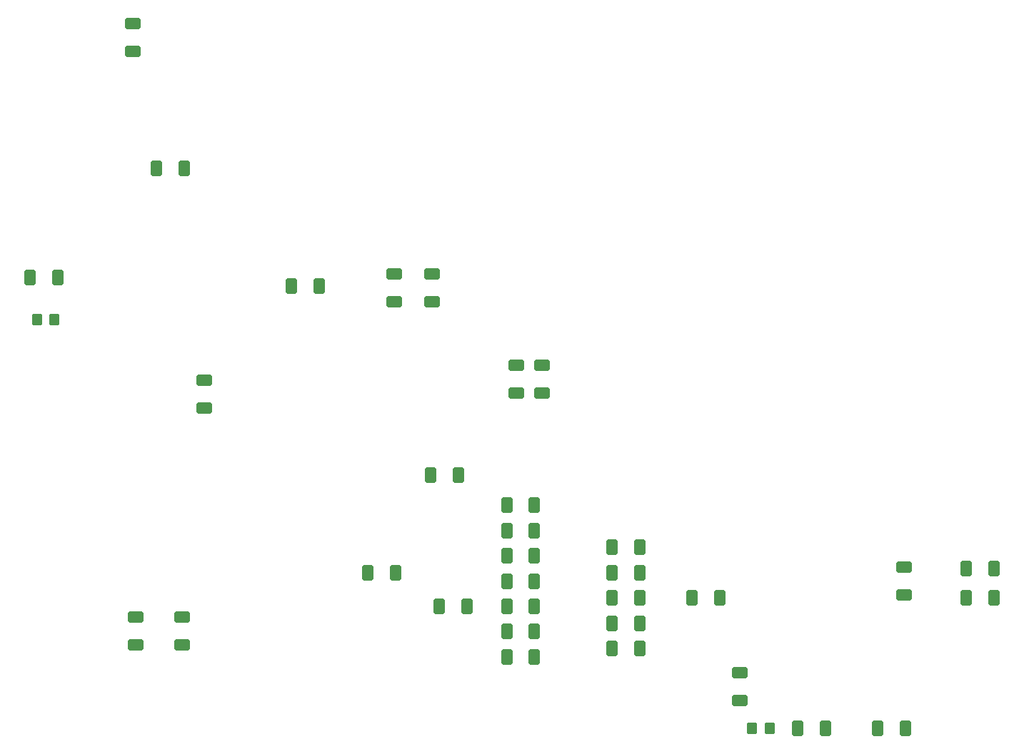
<source format=gbr>
%TF.GenerationSoftware,KiCad,Pcbnew,9.0.7*%
%TF.CreationDate,2026-02-24T00:50:47+09:00*%
%TF.ProjectId,POWER_BD_SV3,504f5745-525f-4424-945f-5356332e6b69,rev?*%
%TF.SameCoordinates,Original*%
%TF.FileFunction,Paste,Top*%
%TF.FilePolarity,Positive*%
%FSLAX46Y46*%
G04 Gerber Fmt 4.6, Leading zero omitted, Abs format (unit mm)*
G04 Created by KiCad (PCBNEW 9.0.7) date 2026-02-24 00:50:47*
%MOMM*%
%LPD*%
G01*
G04 APERTURE LIST*
G04 Aperture macros list*
%AMRoundRect*
0 Rectangle with rounded corners*
0 $1 Rounding radius*
0 $2 $3 $4 $5 $6 $7 $8 $9 X,Y pos of 4 corners*
0 Add a 4 corners polygon primitive as box body*
4,1,4,$2,$3,$4,$5,$6,$7,$8,$9,$2,$3,0*
0 Add four circle primitives for the rounded corners*
1,1,$1+$1,$2,$3*
1,1,$1+$1,$4,$5*
1,1,$1+$1,$6,$7*
1,1,$1+$1,$8,$9*
0 Add four rect primitives between the rounded corners*
20,1,$1+$1,$2,$3,$4,$5,0*
20,1,$1+$1,$4,$5,$6,$7,0*
20,1,$1+$1,$6,$7,$8,$9,0*
20,1,$1+$1,$8,$9,$2,$3,0*%
G04 Aperture macros list end*
%ADD10RoundRect,0.150000X-0.530000X-0.750000X0.530000X-0.750000X0.530000X0.750000X-0.530000X0.750000X0*%
%ADD11RoundRect,0.150000X-0.750000X0.530000X-0.750000X-0.530000X0.750000X-0.530000X0.750000X0.530000X0*%
%ADD12RoundRect,0.150000X0.530000X0.750000X-0.530000X0.750000X-0.530000X-0.750000X0.530000X-0.750000X0*%
%ADD13RoundRect,0.150000X0.750000X-0.530000X0.750000X0.530000X-0.750000X0.530000X-0.750000X-0.530000X0*%
%ADD14RoundRect,0.150000X-0.480000X-0.550000X0.480000X-0.550000X0.480000X0.550000X-0.480000X0.550000X0*%
G04 APERTURE END LIST*
D10*
%TO.C,R2*%
X116350000Y22500000D03*
X119650000Y22500000D03*
%TD*%
%TO.C,R23*%
X105850000Y3500000D03*
X109150000Y3500000D03*
%TD*%
%TO.C,C13*%
X61850000Y12000000D03*
X65150000Y12000000D03*
%TD*%
D11*
%TO.C,C6*%
X48500000Y57450000D03*
X48500000Y54150000D03*
%TD*%
D10*
%TO.C,R20*%
X53850000Y18000000D03*
X57150000Y18000000D03*
%TD*%
%TO.C,C15*%
X61850000Y24000000D03*
X65150000Y24000000D03*
%TD*%
D12*
%TO.C,R21*%
X99650000Y3500000D03*
X96350000Y3500000D03*
%TD*%
%TO.C,R10*%
X77650000Y13000000D03*
X74350000Y13000000D03*
%TD*%
%TO.C,R22*%
X8650000Y57000000D03*
X5350000Y57000000D03*
%TD*%
%TO.C,R11*%
X77650000Y19000000D03*
X74350000Y19000000D03*
%TD*%
%TO.C,C9*%
X56140000Y33590000D03*
X52840000Y33590000D03*
%TD*%
D10*
%TO.C,R15*%
X36350000Y56000000D03*
X39650000Y56000000D03*
%TD*%
D13*
%TO.C,C28*%
X23400000Y13450000D03*
X23400000Y16750000D03*
%TD*%
D10*
%TO.C,R19*%
X61850000Y27000000D03*
X65150000Y27000000D03*
%TD*%
D13*
%TO.C,C30*%
X17900000Y13450000D03*
X17900000Y16750000D03*
%TD*%
D12*
%TO.C,R12*%
X77650000Y22000000D03*
X74350000Y22000000D03*
%TD*%
%TO.C,C26*%
X23650000Y70000000D03*
X20350000Y70000000D03*
%TD*%
D11*
%TO.C,R7*%
X63000000Y46650000D03*
X63000000Y43350000D03*
%TD*%
D10*
%TO.C,R17*%
X61850000Y21000000D03*
X65150000Y21000000D03*
%TD*%
%TO.C,R13*%
X74350000Y25000000D03*
X77650000Y25000000D03*
%TD*%
D13*
%TO.C,R6*%
X109000000Y19350000D03*
X109000000Y22650000D03*
%TD*%
D10*
%TO.C,R16*%
X45350000Y22000000D03*
X48650000Y22000000D03*
%TD*%
D13*
%TO.C,R8*%
X66000000Y43350000D03*
X66000000Y46650000D03*
%TD*%
%TO.C,C27*%
X26000000Y41550000D03*
X26000000Y44850000D03*
%TD*%
D12*
%TO.C,C8*%
X119650000Y19000000D03*
X116350000Y19000000D03*
%TD*%
%TO.C,R9*%
X77650000Y16000000D03*
X74350000Y16000000D03*
%TD*%
D14*
%TO.C,LED2*%
X6170000Y52000000D03*
X8230000Y52000000D03*
%TD*%
D11*
%TO.C,R14*%
X17500000Y87150000D03*
X17500000Y83850000D03*
%TD*%
D10*
%TO.C,C11*%
X61850000Y15000000D03*
X65150000Y15000000D03*
%TD*%
D11*
%TO.C,C5*%
X53000000Y57450000D03*
X53000000Y54150000D03*
%TD*%
D12*
%TO.C,R18*%
X65150000Y30000000D03*
X61850000Y30000000D03*
%TD*%
D13*
%TO.C,R27*%
X89500000Y6850000D03*
X89500000Y10150000D03*
%TD*%
D12*
%TO.C,C12*%
X87150000Y19000000D03*
X83850000Y19000000D03*
%TD*%
%TO.C,C19*%
X65150000Y18000000D03*
X61850000Y18000000D03*
%TD*%
D14*
%TO.C,LED1*%
X90970000Y3500000D03*
X93030000Y3500000D03*
%TD*%
M02*

</source>
